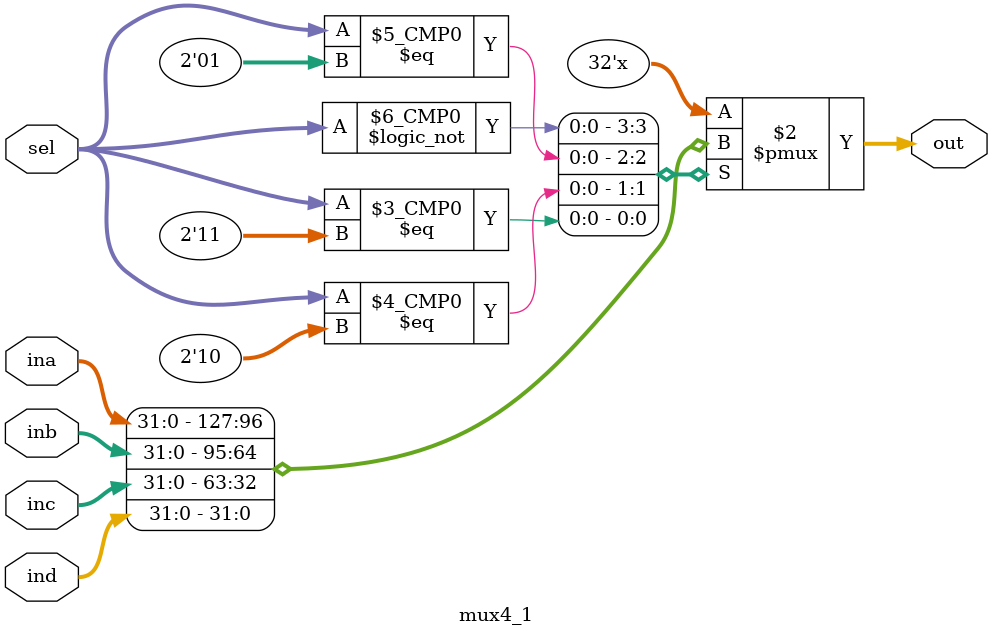
<source format=v>
`timescale 1ns / 1ps


module mux4_1(
        input [31:0] ina, inb, inc, ind,
        input [1:0] sel,
        output reg [31:0] out);
        
    always@(ina,inb,inc,ind,sel) begin
        case(sel)
            2'b00: out = ina;
            2'b01: out = inb;
            2'b10: out = inc;
            2'b11: out = ind;
        endcase
    end
endmodule

</source>
